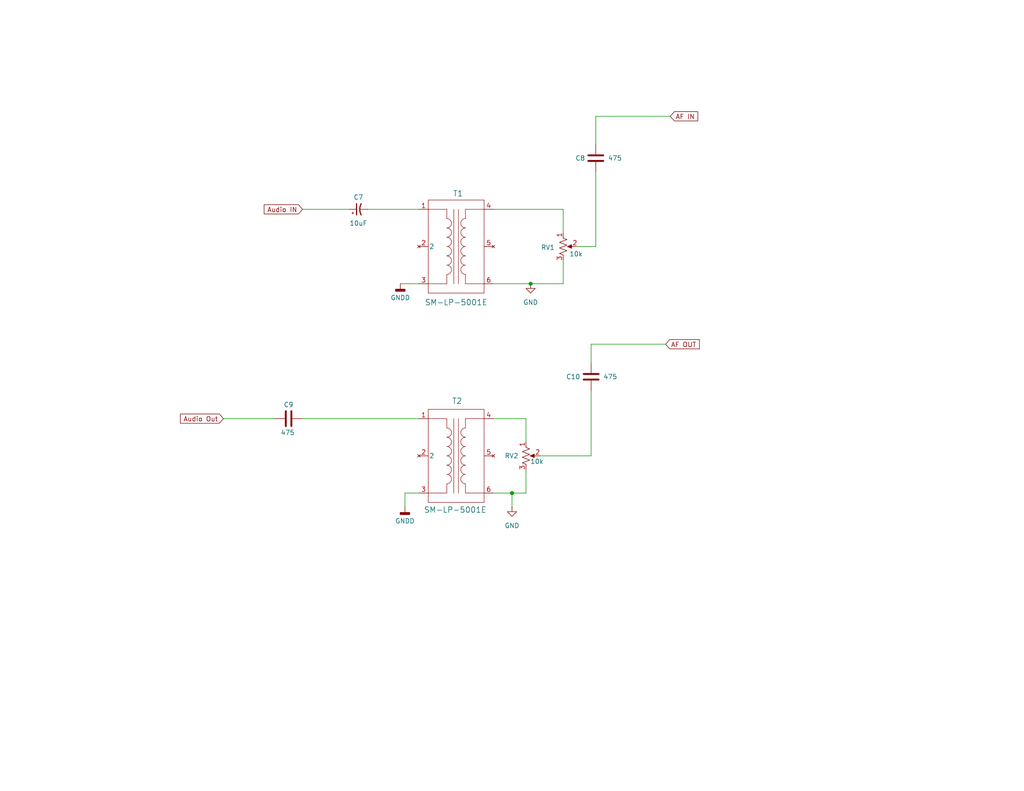
<source format=kicad_sch>
(kicad_sch
	(version 20231120)
	(generator "eeschema")
	(generator_version "8.0")
	(uuid "08b8607b-8043-437e-a952-f45318195887")
	(paper "USLetter")
	(title_block
		(title "Digital Modes - Radio Interface")
		(rev "0.96")
		(company "VA7DBI")
	)
	(lib_symbols
		(symbol "Device:C"
			(pin_numbers hide)
			(pin_names
				(offset 0.254)
			)
			(exclude_from_sim no)
			(in_bom yes)
			(on_board yes)
			(property "Reference" "C"
				(at 0.635 2.54 0)
				(effects
					(font
						(size 1.27 1.27)
					)
					(justify left)
				)
			)
			(property "Value" "C"
				(at 0.635 -2.54 0)
				(effects
					(font
						(size 1.27 1.27)
					)
					(justify left)
				)
			)
			(property "Footprint" ""
				(at 0.9652 -3.81 0)
				(effects
					(font
						(size 1.27 1.27)
					)
					(hide yes)
				)
			)
			(property "Datasheet" "~"
				(at 0 0 0)
				(effects
					(font
						(size 1.27 1.27)
					)
					(hide yes)
				)
			)
			(property "Description" "Unpolarized capacitor"
				(at 0 0 0)
				(effects
					(font
						(size 1.27 1.27)
					)
					(hide yes)
				)
			)
			(property "ki_keywords" "cap capacitor"
				(at 0 0 0)
				(effects
					(font
						(size 1.27 1.27)
					)
					(hide yes)
				)
			)
			(property "ki_fp_filters" "C_*"
				(at 0 0 0)
				(effects
					(font
						(size 1.27 1.27)
					)
					(hide yes)
				)
			)
			(symbol "C_0_1"
				(polyline
					(pts
						(xy -2.032 -0.762) (xy 2.032 -0.762)
					)
					(stroke
						(width 0.508)
						(type default)
					)
					(fill
						(type none)
					)
				)
				(polyline
					(pts
						(xy -2.032 0.762) (xy 2.032 0.762)
					)
					(stroke
						(width 0.508)
						(type default)
					)
					(fill
						(type none)
					)
				)
			)
			(symbol "C_1_1"
				(pin passive line
					(at 0 3.81 270)
					(length 2.794)
					(name "~"
						(effects
							(font
								(size 1.27 1.27)
							)
						)
					)
					(number "1"
						(effects
							(font
								(size 1.27 1.27)
							)
						)
					)
				)
				(pin passive line
					(at 0 -3.81 90)
					(length 2.794)
					(name "~"
						(effects
							(font
								(size 1.27 1.27)
							)
						)
					)
					(number "2"
						(effects
							(font
								(size 1.27 1.27)
							)
						)
					)
				)
			)
		)
		(symbol "Device:C_Polarized_Small_US"
			(pin_numbers hide)
			(pin_names
				(offset 0.254) hide)
			(exclude_from_sim no)
			(in_bom yes)
			(on_board yes)
			(property "Reference" "C"
				(at 0.254 1.778 0)
				(effects
					(font
						(size 1.27 1.27)
					)
					(justify left)
				)
			)
			(property "Value" "C_Polarized_Small_US"
				(at 0.254 -2.032 0)
				(effects
					(font
						(size 1.27 1.27)
					)
					(justify left)
				)
			)
			(property "Footprint" ""
				(at 0 0 0)
				(effects
					(font
						(size 1.27 1.27)
					)
					(hide yes)
				)
			)
			(property "Datasheet" "~"
				(at 0 0 0)
				(effects
					(font
						(size 1.27 1.27)
					)
					(hide yes)
				)
			)
			(property "Description" "Polarized capacitor, small US symbol"
				(at 0 0 0)
				(effects
					(font
						(size 1.27 1.27)
					)
					(hide yes)
				)
			)
			(property "ki_keywords" "cap capacitor"
				(at 0 0 0)
				(effects
					(font
						(size 1.27 1.27)
					)
					(hide yes)
				)
			)
			(property "ki_fp_filters" "CP_*"
				(at 0 0 0)
				(effects
					(font
						(size 1.27 1.27)
					)
					(hide yes)
				)
			)
			(symbol "C_Polarized_Small_US_0_1"
				(polyline
					(pts
						(xy -1.524 0.508) (xy 1.524 0.508)
					)
					(stroke
						(width 0.3048)
						(type default)
					)
					(fill
						(type none)
					)
				)
				(polyline
					(pts
						(xy -1.27 1.524) (xy -0.762 1.524)
					)
					(stroke
						(width 0)
						(type default)
					)
					(fill
						(type none)
					)
				)
				(polyline
					(pts
						(xy -1.016 1.27) (xy -1.016 1.778)
					)
					(stroke
						(width 0)
						(type default)
					)
					(fill
						(type none)
					)
				)
				(arc
					(start 1.524 -0.762)
					(mid 0 -0.3734)
					(end -1.524 -0.762)
					(stroke
						(width 0.3048)
						(type default)
					)
					(fill
						(type none)
					)
				)
			)
			(symbol "C_Polarized_Small_US_1_1"
				(pin passive line
					(at 0 2.54 270)
					(length 2.032)
					(name "~"
						(effects
							(font
								(size 1.27 1.27)
							)
						)
					)
					(number "1"
						(effects
							(font
								(size 1.27 1.27)
							)
						)
					)
				)
				(pin passive line
					(at 0 -2.54 90)
					(length 2.032)
					(name "~"
						(effects
							(font
								(size 1.27 1.27)
							)
						)
					)
					(number "2"
						(effects
							(font
								(size 1.27 1.27)
							)
						)
					)
				)
			)
		)
		(symbol "Device:R_Potentiometer_US"
			(pin_names
				(offset 1.016) hide)
			(exclude_from_sim no)
			(in_bom yes)
			(on_board yes)
			(property "Reference" "RV"
				(at -4.445 0 90)
				(effects
					(font
						(size 1.27 1.27)
					)
				)
			)
			(property "Value" "R_Potentiometer_US"
				(at -2.54 0 90)
				(effects
					(font
						(size 1.27 1.27)
					)
				)
			)
			(property "Footprint" ""
				(at 0 0 0)
				(effects
					(font
						(size 1.27 1.27)
					)
					(hide yes)
				)
			)
			(property "Datasheet" "~"
				(at 0 0 0)
				(effects
					(font
						(size 1.27 1.27)
					)
					(hide yes)
				)
			)
			(property "Description" "Potentiometer, US symbol"
				(at 0 0 0)
				(effects
					(font
						(size 1.27 1.27)
					)
					(hide yes)
				)
			)
			(property "ki_keywords" "resistor variable"
				(at 0 0 0)
				(effects
					(font
						(size 1.27 1.27)
					)
					(hide yes)
				)
			)
			(property "ki_fp_filters" "Potentiometer*"
				(at 0 0 0)
				(effects
					(font
						(size 1.27 1.27)
					)
					(hide yes)
				)
			)
			(symbol "R_Potentiometer_US_0_1"
				(polyline
					(pts
						(xy 0 -2.286) (xy 0 -2.54)
					)
					(stroke
						(width 0)
						(type default)
					)
					(fill
						(type none)
					)
				)
				(polyline
					(pts
						(xy 0 2.54) (xy 0 2.286)
					)
					(stroke
						(width 0)
						(type default)
					)
					(fill
						(type none)
					)
				)
				(polyline
					(pts
						(xy 2.54 0) (xy 1.524 0)
					)
					(stroke
						(width 0)
						(type default)
					)
					(fill
						(type none)
					)
				)
				(polyline
					(pts
						(xy 1.143 0) (xy 2.286 0.508) (xy 2.286 -0.508) (xy 1.143 0)
					)
					(stroke
						(width 0)
						(type default)
					)
					(fill
						(type outline)
					)
				)
				(polyline
					(pts
						(xy 0 -0.762) (xy 1.016 -1.143) (xy 0 -1.524) (xy -1.016 -1.905) (xy 0 -2.286)
					)
					(stroke
						(width 0)
						(type default)
					)
					(fill
						(type none)
					)
				)
				(polyline
					(pts
						(xy 0 0.762) (xy 1.016 0.381) (xy 0 0) (xy -1.016 -0.381) (xy 0 -0.762)
					)
					(stroke
						(width 0)
						(type default)
					)
					(fill
						(type none)
					)
				)
				(polyline
					(pts
						(xy 0 2.286) (xy 1.016 1.905) (xy 0 1.524) (xy -1.016 1.143) (xy 0 0.762)
					)
					(stroke
						(width 0)
						(type default)
					)
					(fill
						(type none)
					)
				)
			)
			(symbol "R_Potentiometer_US_1_1"
				(pin passive line
					(at 0 3.81 270)
					(length 1.27)
					(name "1"
						(effects
							(font
								(size 1.27 1.27)
							)
						)
					)
					(number "1"
						(effects
							(font
								(size 1.27 1.27)
							)
						)
					)
				)
				(pin passive line
					(at 3.81 0 180)
					(length 1.27)
					(name "2"
						(effects
							(font
								(size 1.27 1.27)
							)
						)
					)
					(number "2"
						(effects
							(font
								(size 1.27 1.27)
							)
						)
					)
				)
				(pin passive line
					(at 0 -3.81 90)
					(length 1.27)
					(name "3"
						(effects
							(font
								(size 1.27 1.27)
							)
						)
					)
					(number "3"
						(effects
							(font
								(size 1.27 1.27)
							)
						)
					)
				)
			)
		)
		(symbol "Project_Library:SM-LP-5001E"
			(pin_names
				(offset 0.254)
			)
			(exclude_from_sim no)
			(in_bom yes)
			(on_board yes)
			(property "Reference" "T"
				(at 10.16 12.7 0)
				(effects
					(font
						(size 1.524 1.524)
					)
				)
			)
			(property "Value" "SM-LP-5001E"
				(at 10.414 4.064 0)
				(effects
					(font
						(size 1.524 1.524)
					)
				)
			)
			(property "Footprint" "RES6_SM-LP-5001E_BRN"
				(at 11.684 -23.876 0)
				(effects
					(font
						(size 1.27 1.27)
						(italic yes)
					)
					(hide yes)
				)
			)
			(property "Datasheet" "SM-LP-5001E"
				(at 10.668 -25.654 0)
				(effects
					(font
						(size 1.27 1.27)
						(italic yes)
					)
					(hide yes)
				)
			)
			(property "Description" ""
				(at 0 0 0)
				(effects
					(font
						(size 1.27 1.27)
					)
					(hide yes)
				)
			)
			(property "ki_locked" ""
				(at 0 0 0)
				(effects
					(font
						(size 1.27 1.27)
					)
				)
			)
			(property "ki_keywords" "SM-LP-5001E"
				(at 0 0 0)
				(effects
					(font
						(size 1.27 1.27)
					)
					(hide yes)
				)
			)
			(property "ki_fp_filters" "RES6_SM-LP-5001E_BRN RES6_SM-LP-5001E_BRN-M RES6_SM-LP-5001E_BRN-L"
				(at 0 0 0)
				(effects
					(font
						(size 1.27 1.27)
					)
					(hide yes)
				)
			)
			(symbol "SM-LP-5001E_0_1"
				(polyline
					(pts
						(xy 2.54 -22.86) (xy 17.78 -22.86)
					)
					(stroke
						(width 0.127)
						(type default)
					)
					(fill
						(type none)
					)
				)
				(polyline
					(pts
						(xy 2.54 -20.32) (xy 7.62 -20.32)
					)
					(stroke
						(width 0.127)
						(type default)
					)
					(fill
						(type none)
					)
				)
				(polyline
					(pts
						(xy 2.54 0) (xy 7.62 0)
					)
					(stroke
						(width 0.127)
						(type default)
					)
					(fill
						(type none)
					)
				)
				(polyline
					(pts
						(xy 2.54 2.54) (xy 2.54 -22.86)
					)
					(stroke
						(width 0.127)
						(type default)
					)
					(fill
						(type none)
					)
				)
				(polyline
					(pts
						(xy 7.62 -17.78) (xy 7.62 -20.32)
					)
					(stroke
						(width 0.127)
						(type default)
					)
					(fill
						(type none)
					)
				)
				(polyline
					(pts
						(xy 7.62 -2.54) (xy 7.62 0)
					)
					(stroke
						(width 0.127)
						(type default)
					)
					(fill
						(type none)
					)
				)
				(polyline
					(pts
						(xy 9.525 0) (xy 9.525 -20.32)
					)
					(stroke
						(width 0.127)
						(type default)
					)
					(fill
						(type none)
					)
				)
				(polyline
					(pts
						(xy 10.795 -20.32) (xy 10.795 0)
					)
					(stroke
						(width 0.127)
						(type default)
					)
					(fill
						(type none)
					)
				)
				(polyline
					(pts
						(xy 12.7 -20.32) (xy 17.78 -20.32)
					)
					(stroke
						(width 0.127)
						(type default)
					)
					(fill
						(type none)
					)
				)
				(polyline
					(pts
						(xy 12.7 -17.78) (xy 12.7 -20.32)
					)
					(stroke
						(width 0.127)
						(type default)
					)
					(fill
						(type none)
					)
				)
				(polyline
					(pts
						(xy 12.7 0) (xy 12.7 -2.54)
					)
					(stroke
						(width 0.127)
						(type default)
					)
					(fill
						(type none)
					)
				)
				(polyline
					(pts
						(xy 12.7 0) (xy 17.78 0)
					)
					(stroke
						(width 0.127)
						(type default)
					)
					(fill
						(type none)
					)
				)
				(polyline
					(pts
						(xy 17.78 -22.86) (xy 17.78 2.54)
					)
					(stroke
						(width 0.127)
						(type default)
					)
					(fill
						(type none)
					)
				)
				(polyline
					(pts
						(xy 17.78 2.54) (xy 2.54 2.54)
					)
					(stroke
						(width 0.127)
						(type default)
					)
					(fill
						(type none)
					)
				)
				(arc
					(start 7.62 -17.78)
					(mid 8.8844 -16.51)
					(end 7.62 -15.24)
					(stroke
						(width 0.127)
						(type default)
					)
					(fill
						(type none)
					)
				)
				(arc
					(start 7.62 -15.24)
					(mid 8.8844 -13.97)
					(end 7.62 -12.7)
					(stroke
						(width 0.127)
						(type default)
					)
					(fill
						(type none)
					)
				)
				(arc
					(start 7.62 -12.7)
					(mid 8.8844 -11.43)
					(end 7.62 -10.16)
					(stroke
						(width 0.127)
						(type default)
					)
					(fill
						(type none)
					)
				)
				(arc
					(start 7.62 -10.16)
					(mid 8.8844 -8.89)
					(end 7.62 -7.62)
					(stroke
						(width 0.127)
						(type default)
					)
					(fill
						(type none)
					)
				)
				(arc
					(start 7.62 -7.62)
					(mid 8.8844 -6.35)
					(end 7.62 -5.08)
					(stroke
						(width 0.127)
						(type default)
					)
					(fill
						(type none)
					)
				)
				(arc
					(start 7.62 -5.08)
					(mid 8.8844 -3.81)
					(end 7.62 -2.54)
					(stroke
						(width 0.127)
						(type default)
					)
					(fill
						(type none)
					)
				)
				(arc
					(start 12.7 -15.24)
					(mid 11.4355 -16.51)
					(end 12.7 -17.78)
					(stroke
						(width 0.127)
						(type default)
					)
					(fill
						(type none)
					)
				)
				(arc
					(start 12.7 -12.7)
					(mid 11.4355 -13.97)
					(end 12.7 -15.24)
					(stroke
						(width 0.127)
						(type default)
					)
					(fill
						(type none)
					)
				)
				(arc
					(start 12.7 -10.16)
					(mid 11.4355 -11.43)
					(end 12.7 -12.7)
					(stroke
						(width 0.127)
						(type default)
					)
					(fill
						(type none)
					)
				)
				(arc
					(start 12.7 -7.62)
					(mid 11.4355 -8.89)
					(end 12.7 -10.16)
					(stroke
						(width 0.127)
						(type default)
					)
					(fill
						(type none)
					)
				)
				(arc
					(start 12.7 -5.08)
					(mid 11.4355 -6.35)
					(end 12.7 -7.62)
					(stroke
						(width 0.127)
						(type default)
					)
					(fill
						(type none)
					)
				)
				(arc
					(start 12.7 -2.54)
					(mid 11.4355 -3.81)
					(end 12.7 -5.08)
					(stroke
						(width 0.127)
						(type default)
					)
					(fill
						(type none)
					)
				)
			)
			(symbol "SM-LP-5001E_1_1"
				(pin bidirectional line
					(at 0 0 0)
					(length 2.54)
					(name ""
						(effects
							(font
								(size 1.27 1.27)
							)
						)
					)
					(number "1"
						(effects
							(font
								(size 1.27 1.27)
							)
						)
					)
				)
				(pin no_connect line
					(at 0 -10.16 0)
					(length 2.54)
					(name "2"
						(effects
							(font
								(size 1.27 1.27)
							)
						)
					)
					(number "2"
						(effects
							(font
								(size 1.27 1.27)
							)
						)
					)
				)
				(pin bidirectional line
					(at 0 -20.32 0)
					(length 2.54)
					(name ""
						(effects
							(font
								(size 1.27 1.27)
							)
						)
					)
					(number "3"
						(effects
							(font
								(size 1.27 1.27)
							)
						)
					)
				)
				(pin bidirectional line
					(at 20.32 0 180)
					(length 2.54)
					(name ""
						(effects
							(font
								(size 1.27 1.27)
							)
						)
					)
					(number "4"
						(effects
							(font
								(size 1.27 1.27)
							)
						)
					)
				)
				(pin no_connect line
					(at 20.32 -10.16 180)
					(length 2.54)
					(name ""
						(effects
							(font
								(size 1.27 1.27)
							)
						)
					)
					(number "5"
						(effects
							(font
								(size 1.27 1.27)
							)
						)
					)
				)
				(pin bidirectional line
					(at 20.32 -20.32 180)
					(length 2.54)
					(name ""
						(effects
							(font
								(size 1.27 1.27)
							)
						)
					)
					(number "6"
						(effects
							(font
								(size 1.27 1.27)
							)
						)
					)
				)
			)
		)
		(symbol "power:GND"
			(power)
			(pin_numbers hide)
			(pin_names
				(offset 0) hide)
			(exclude_from_sim no)
			(in_bom yes)
			(on_board yes)
			(property "Reference" "#PWR"
				(at 0 -6.35 0)
				(effects
					(font
						(size 1.27 1.27)
					)
					(hide yes)
				)
			)
			(property "Value" "GND"
				(at 0 -3.81 0)
				(effects
					(font
						(size 1.27 1.27)
					)
				)
			)
			(property "Footprint" ""
				(at 0 0 0)
				(effects
					(font
						(size 1.27 1.27)
					)
					(hide yes)
				)
			)
			(property "Datasheet" ""
				(at 0 0 0)
				(effects
					(font
						(size 1.27 1.27)
					)
					(hide yes)
				)
			)
			(property "Description" "Power symbol creates a global label with name \"GND\" , ground"
				(at 0 0 0)
				(effects
					(font
						(size 1.27 1.27)
					)
					(hide yes)
				)
			)
			(property "ki_keywords" "global power"
				(at 0 0 0)
				(effects
					(font
						(size 1.27 1.27)
					)
					(hide yes)
				)
			)
			(symbol "GND_0_1"
				(polyline
					(pts
						(xy 0 0) (xy 0 -1.27) (xy 1.27 -1.27) (xy 0 -2.54) (xy -1.27 -1.27) (xy 0 -1.27)
					)
					(stroke
						(width 0)
						(type default)
					)
					(fill
						(type none)
					)
				)
			)
			(symbol "GND_1_1"
				(pin power_in line
					(at 0 0 270)
					(length 0)
					(name "~"
						(effects
							(font
								(size 1.27 1.27)
							)
						)
					)
					(number "1"
						(effects
							(font
								(size 1.27 1.27)
							)
						)
					)
				)
			)
		)
		(symbol "power:GNDD"
			(power)
			(pin_numbers hide)
			(pin_names
				(offset 0) hide)
			(exclude_from_sim no)
			(in_bom yes)
			(on_board yes)
			(property "Reference" "#PWR"
				(at 0 -6.35 0)
				(effects
					(font
						(size 1.27 1.27)
					)
					(hide yes)
				)
			)
			(property "Value" "GNDD"
				(at 0 -3.175 0)
				(effects
					(font
						(size 1.27 1.27)
					)
				)
			)
			(property "Footprint" ""
				(at 0 0 0)
				(effects
					(font
						(size 1.27 1.27)
					)
					(hide yes)
				)
			)
			(property "Datasheet" ""
				(at 0 0 0)
				(effects
					(font
						(size 1.27 1.27)
					)
					(hide yes)
				)
			)
			(property "Description" "Power symbol creates a global label with name \"GNDD\" , digital ground"
				(at 0 0 0)
				(effects
					(font
						(size 1.27 1.27)
					)
					(hide yes)
				)
			)
			(property "ki_keywords" "global power"
				(at 0 0 0)
				(effects
					(font
						(size 1.27 1.27)
					)
					(hide yes)
				)
			)
			(symbol "GNDD_0_1"
				(rectangle
					(start -1.27 -1.524)
					(end 1.27 -2.032)
					(stroke
						(width 0.254)
						(type default)
					)
					(fill
						(type outline)
					)
				)
				(polyline
					(pts
						(xy 0 0) (xy 0 -1.524)
					)
					(stroke
						(width 0)
						(type default)
					)
					(fill
						(type none)
					)
				)
			)
			(symbol "GNDD_1_1"
				(pin power_in line
					(at 0 0 270)
					(length 0)
					(name "~"
						(effects
							(font
								(size 1.27 1.27)
							)
						)
					)
					(number "1"
						(effects
							(font
								(size 1.27 1.27)
							)
						)
					)
				)
			)
		)
	)
	(junction
		(at 139.7 134.62)
		(diameter 0)
		(color 0 0 0 0)
		(uuid "09bda266-047b-4a31-b313-9d850db3f1d0")
	)
	(junction
		(at 144.78 77.47)
		(diameter 0)
		(color 0 0 0 0)
		(uuid "feb1af91-52e7-4c48-be8e-8f3bea052e33")
	)
	(wire
		(pts
			(xy 161.29 93.98) (xy 181.61 93.98)
		)
		(stroke
			(width 0)
			(type default)
		)
		(uuid "12122037-0230-4651-90d7-926b06e9a5fa")
	)
	(wire
		(pts
			(xy 143.51 128.27) (xy 143.51 134.62)
		)
		(stroke
			(width 0)
			(type default)
		)
		(uuid "2293cb44-b878-4000-98f7-667d08579345")
	)
	(wire
		(pts
			(xy 161.29 99.06) (xy 161.29 93.98)
		)
		(stroke
			(width 0)
			(type default)
		)
		(uuid "26aa035f-d8b6-4903-b0e5-4856dcca4347")
	)
	(wire
		(pts
			(xy 161.29 124.46) (xy 161.29 106.68)
		)
		(stroke
			(width 0)
			(type default)
		)
		(uuid "26eff39d-3444-4878-a905-c4ba0caab249")
	)
	(wire
		(pts
			(xy 157.48 67.31) (xy 162.56 67.31)
		)
		(stroke
			(width 0)
			(type default)
		)
		(uuid "30ef5e38-ac05-4e03-8283-7d8d8adb6b04")
	)
	(wire
		(pts
			(xy 60.96 114.3) (xy 74.93 114.3)
		)
		(stroke
			(width 0)
			(type default)
		)
		(uuid "34f8559d-097a-4a14-9140-217fca1f39c7")
	)
	(wire
		(pts
			(xy 139.7 134.62) (xy 139.7 138.43)
		)
		(stroke
			(width 0)
			(type default)
		)
		(uuid "3eacd22c-e21a-42ea-a12f-f7c4ee60e3c3")
	)
	(wire
		(pts
			(xy 134.62 134.62) (xy 139.7 134.62)
		)
		(stroke
			(width 0)
			(type default)
		)
		(uuid "43165e24-eab4-40a7-831d-63a63b11f90d")
	)
	(wire
		(pts
			(xy 162.56 67.31) (xy 162.56 46.99)
		)
		(stroke
			(width 0)
			(type default)
		)
		(uuid "646a2559-878c-44f5-8a65-2913031f01f4")
	)
	(wire
		(pts
			(xy 162.56 31.75) (xy 182.88 31.75)
		)
		(stroke
			(width 0)
			(type default)
		)
		(uuid "6614b02c-e824-4511-a1fd-982d1c0b1a40")
	)
	(wire
		(pts
			(xy 134.62 77.47) (xy 144.78 77.47)
		)
		(stroke
			(width 0)
			(type default)
		)
		(uuid "69523bf6-4be1-4051-8d1a-d5dec62d045a")
	)
	(wire
		(pts
			(xy 110.49 138.43) (xy 110.49 134.62)
		)
		(stroke
			(width 0)
			(type default)
		)
		(uuid "7831a589-616d-4639-979c-6be79625fd04")
	)
	(wire
		(pts
			(xy 153.67 77.47) (xy 153.67 71.12)
		)
		(stroke
			(width 0)
			(type default)
		)
		(uuid "89de9ba8-6eb0-4aa1-9289-f1e4b2194577")
	)
	(wire
		(pts
			(xy 153.67 57.15) (xy 134.62 57.15)
		)
		(stroke
			(width 0)
			(type default)
		)
		(uuid "8b08e757-f343-457d-a9eb-edb140616678")
	)
	(wire
		(pts
			(xy 143.51 134.62) (xy 139.7 134.62)
		)
		(stroke
			(width 0)
			(type default)
		)
		(uuid "8bc02c06-a438-4e9e-b1e9-46c70c209c01")
	)
	(wire
		(pts
			(xy 147.32 124.46) (xy 161.29 124.46)
		)
		(stroke
			(width 0)
			(type default)
		)
		(uuid "9335eda6-5f3a-4e88-82a2-c205fb645862")
	)
	(wire
		(pts
			(xy 144.78 77.47) (xy 153.67 77.47)
		)
		(stroke
			(width 0)
			(type default)
		)
		(uuid "9867caa9-27b4-4635-b87d-0253e0edbed7")
	)
	(wire
		(pts
			(xy 114.3 57.15) (xy 100.33 57.15)
		)
		(stroke
			(width 0)
			(type default)
		)
		(uuid "a4723497-f8c6-4207-ac8a-faca8952e0a3")
	)
	(wire
		(pts
			(xy 109.22 77.47) (xy 114.3 77.47)
		)
		(stroke
			(width 0)
			(type default)
		)
		(uuid "af5323e4-4b8d-4912-8c60-552237e3153b")
	)
	(wire
		(pts
			(xy 82.55 114.3) (xy 114.3 114.3)
		)
		(stroke
			(width 0)
			(type default)
		)
		(uuid "b37b2403-67dc-41ff-994c-f88acd8c8913")
	)
	(wire
		(pts
			(xy 82.55 57.15) (xy 95.25 57.15)
		)
		(stroke
			(width 0)
			(type default)
		)
		(uuid "e32257a5-a62b-4d84-a954-98823a5b8ed5")
	)
	(wire
		(pts
			(xy 162.56 39.37) (xy 162.56 31.75)
		)
		(stroke
			(width 0)
			(type default)
		)
		(uuid "e66eebb4-528b-416c-ae44-5b7e0e06bdac")
	)
	(wire
		(pts
			(xy 110.49 134.62) (xy 114.3 134.62)
		)
		(stroke
			(width 0)
			(type default)
		)
		(uuid "eeed0088-f601-459d-8678-939ace9afdf0")
	)
	(wire
		(pts
			(xy 153.67 63.5) (xy 153.67 57.15)
		)
		(stroke
			(width 0)
			(type default)
		)
		(uuid "f0aea207-bfa9-417e-a2f6-30f2cdb35beb")
	)
	(wire
		(pts
			(xy 143.51 120.65) (xy 143.51 114.3)
		)
		(stroke
			(width 0)
			(type default)
		)
		(uuid "f79ae657-be84-4a39-a430-e184e3183c6c")
	)
	(wire
		(pts
			(xy 134.62 114.3) (xy 143.51 114.3)
		)
		(stroke
			(width 0)
			(type default)
		)
		(uuid "fcaf85e2-9294-493f-aa6d-d6197e7fcdb4")
	)
	(global_label "Audio Out"
		(shape input)
		(at 60.96 114.3 180)
		(fields_autoplaced yes)
		(effects
			(font
				(size 1.27 1.27)
			)
			(justify right)
		)
		(uuid "8d653f96-1de6-4376-ab28-488a38d7321b")
		(property "Intersheetrefs" "${INTERSHEET_REFS}"
			(at 48.6616 114.3 0)
			(effects
				(font
					(size 1.27 1.27)
				)
				(justify right)
				(hide yes)
			)
		)
	)
	(global_label "AF OUT"
		(shape input)
		(at 181.61 93.98 0)
		(fields_autoplaced yes)
		(effects
			(font
				(size 1.27 1.27)
			)
			(justify left)
		)
		(uuid "9a780621-edb9-4bea-8c32-6faabafb22a1")
		(property "Intersheetrefs" "${INTERSHEET_REFS}"
			(at 191.3686 93.98 0)
			(effects
				(font
					(size 1.27 1.27)
				)
				(justify left)
				(hide yes)
			)
		)
	)
	(global_label "Audio IN"
		(shape input)
		(at 82.55 57.15 180)
		(fields_autoplaced yes)
		(effects
			(font
				(size 1.27 1.27)
			)
			(justify right)
		)
		(uuid "af0dfe2e-f12c-454a-8a5f-35fbe072dab2")
		(property "Intersheetrefs" "${INTERSHEET_REFS}"
			(at 71.5215 57.15 0)
			(effects
				(font
					(size 1.27 1.27)
				)
				(justify right)
				(hide yes)
			)
		)
	)
	(global_label "AF IN"
		(shape input)
		(at 182.88 31.75 0)
		(fields_autoplaced yes)
		(effects
			(font
				(size 1.27 1.27)
			)
			(justify left)
		)
		(uuid "df957467-485b-439b-bea7-469272a1f4de")
		(property "Intersheetrefs" "${INTERSHEET_REFS}"
			(at 190.9453 31.75 0)
			(effects
				(font
					(size 1.27 1.27)
				)
				(justify left)
				(hide yes)
			)
		)
	)
	(symbol
		(lib_id "power:GND")
		(at 144.78 77.47 0)
		(unit 1)
		(exclude_from_sim no)
		(in_bom yes)
		(on_board yes)
		(dnp no)
		(fields_autoplaced yes)
		(uuid "04d5d270-93c9-4e59-a6ec-d5a2e492ec92")
		(property "Reference" "#PWR025"
			(at 144.78 83.82 0)
			(effects
				(font
					(size 1.27 1.27)
				)
				(hide yes)
			)
		)
		(property "Value" "GND"
			(at 144.78 82.55 0)
			(effects
				(font
					(size 1.27 1.27)
				)
			)
		)
		(property "Footprint" ""
			(at 144.78 77.47 0)
			(effects
				(font
					(size 1.27 1.27)
				)
				(hide yes)
			)
		)
		(property "Datasheet" ""
			(at 144.78 77.47 0)
			(effects
				(font
					(size 1.27 1.27)
				)
				(hide yes)
			)
		)
		(property "Description" "Power symbol creates a global label with name \"GND\" , ground"
			(at 144.78 77.47 0)
			(effects
				(font
					(size 1.27 1.27)
				)
				(hide yes)
			)
		)
		(pin "1"
			(uuid "781f3079-ec41-4bde-a6d9-9555ba933982")
		)
		(instances
			(project "digital-mode-radio-interface"
				(path "/a0d4bcf6-6cac-4e92-853e-9083f008b231/a62d7506-fe91-4265-bb9c-b5dde38a678b"
					(reference "#PWR025")
					(unit 1)
				)
			)
		)
	)
	(symbol
		(lib_id "power:GNDD")
		(at 110.49 138.43 0)
		(unit 1)
		(exclude_from_sim no)
		(in_bom yes)
		(on_board yes)
		(dnp no)
		(fields_autoplaced yes)
		(uuid "0b7104ec-a8a8-45fb-afd8-a01912f2b98b")
		(property "Reference" "#PWR027"
			(at 110.49 144.78 0)
			(effects
				(font
					(size 1.27 1.27)
				)
				(hide yes)
			)
		)
		(property "Value" "GNDD"
			(at 110.49 142.24 0)
			(effects
				(font
					(size 1.27 1.27)
				)
			)
		)
		(property "Footprint" ""
			(at 110.49 138.43 0)
			(effects
				(font
					(size 1.27 1.27)
				)
				(hide yes)
			)
		)
		(property "Datasheet" ""
			(at 110.49 138.43 0)
			(effects
				(font
					(size 1.27 1.27)
				)
				(hide yes)
			)
		)
		(property "Description" "Power symbol creates a global label with name \"GNDD\" , digital ground"
			(at 110.49 138.43 0)
			(effects
				(font
					(size 1.27 1.27)
				)
				(hide yes)
			)
		)
		(pin "1"
			(uuid "95814f2c-6cea-4abb-bb0e-a34567e25479")
		)
		(instances
			(project "digital-mode-radio-interface"
				(path "/a0d4bcf6-6cac-4e92-853e-9083f008b231/a62d7506-fe91-4265-bb9c-b5dde38a678b"
					(reference "#PWR027")
					(unit 1)
				)
			)
		)
	)
	(symbol
		(lib_id "Device:C")
		(at 161.29 102.87 0)
		(unit 1)
		(exclude_from_sim no)
		(in_bom yes)
		(on_board yes)
		(dnp no)
		(uuid "0c220128-3ada-418a-bf92-2c968ea50d3b")
		(property "Reference" "C10"
			(at 154.432 102.87 0)
			(effects
				(font
					(size 1.27 1.27)
				)
				(justify left)
			)
		)
		(property "Value" "475"
			(at 164.592 102.87 0)
			(effects
				(font
					(size 1.27 1.27)
				)
				(justify left)
			)
		)
		(property "Footprint" "Capacitor_SMD:C_0201_0603Metric"
			(at 162.2552 106.68 0)
			(effects
				(font
					(size 1.27 1.27)
				)
				(hide yes)
			)
		)
		(property "Datasheet" "~"
			(at 161.29 102.87 0)
			(effects
				(font
					(size 1.27 1.27)
				)
				(hide yes)
			)
		)
		(property "Description" "Unpolarized capacitor"
			(at 161.29 102.87 0)
			(effects
				(font
					(size 1.27 1.27)
				)
				(hide yes)
			)
		)
		(pin "1"
			(uuid "9d0bba79-efd6-45ea-96b1-37e980d43345")
		)
		(pin "2"
			(uuid "1d485df9-3169-4840-a86a-ca09b2097b54")
		)
		(instances
			(project "digital-mode-radio-interface"
				(path "/a0d4bcf6-6cac-4e92-853e-9083f008b231/a62d7506-fe91-4265-bb9c-b5dde38a678b"
					(reference "C10")
					(unit 1)
				)
			)
		)
	)
	(symbol
		(lib_id "power:GND")
		(at 139.7 138.43 0)
		(unit 1)
		(exclude_from_sim no)
		(in_bom yes)
		(on_board yes)
		(dnp no)
		(fields_autoplaced yes)
		(uuid "3e2e9bf7-32f1-4bf6-94c8-20b61cfb9369")
		(property "Reference" "#PWR026"
			(at 139.7 144.78 0)
			(effects
				(font
					(size 1.27 1.27)
				)
				(hide yes)
			)
		)
		(property "Value" "GND"
			(at 139.7 143.51 0)
			(effects
				(font
					(size 1.27 1.27)
				)
			)
		)
		(property "Footprint" ""
			(at 139.7 138.43 0)
			(effects
				(font
					(size 1.27 1.27)
				)
				(hide yes)
			)
		)
		(property "Datasheet" ""
			(at 139.7 138.43 0)
			(effects
				(font
					(size 1.27 1.27)
				)
				(hide yes)
			)
		)
		(property "Description" "Power symbol creates a global label with name \"GND\" , ground"
			(at 139.7 138.43 0)
			(effects
				(font
					(size 1.27 1.27)
				)
				(hide yes)
			)
		)
		(pin "1"
			(uuid "781f3079-ec41-4bde-a6d9-9555ba933983")
		)
		(instances
			(project "digital-mode-radio-interface"
				(path "/a0d4bcf6-6cac-4e92-853e-9083f008b231/a62d7506-fe91-4265-bb9c-b5dde38a678b"
					(reference "#PWR026")
					(unit 1)
				)
			)
		)
	)
	(symbol
		(lib_id "power:GNDD")
		(at 109.22 77.47 0)
		(unit 1)
		(exclude_from_sim no)
		(in_bom yes)
		(on_board yes)
		(dnp no)
		(fields_autoplaced yes)
		(uuid "51a4ccbd-5a81-4faf-8f23-7fc8f3b989fb")
		(property "Reference" "#PWR028"
			(at 109.22 83.82 0)
			(effects
				(font
					(size 1.27 1.27)
				)
				(hide yes)
			)
		)
		(property "Value" "GNDD"
			(at 109.22 81.28 0)
			(effects
				(font
					(size 1.27 1.27)
				)
			)
		)
		(property "Footprint" ""
			(at 109.22 77.47 0)
			(effects
				(font
					(size 1.27 1.27)
				)
				(hide yes)
			)
		)
		(property "Datasheet" ""
			(at 109.22 77.47 0)
			(effects
				(font
					(size 1.27 1.27)
				)
				(hide yes)
			)
		)
		(property "Description" "Power symbol creates a global label with name \"GNDD\" , digital ground"
			(at 109.22 77.47 0)
			(effects
				(font
					(size 1.27 1.27)
				)
				(hide yes)
			)
		)
		(pin "1"
			(uuid "95814f2c-6cea-4abb-bb0e-a34567e2547a")
		)
		(instances
			(project "digital-mode-radio-interface"
				(path "/a0d4bcf6-6cac-4e92-853e-9083f008b231/a62d7506-fe91-4265-bb9c-b5dde38a678b"
					(reference "#PWR028")
					(unit 1)
				)
			)
		)
	)
	(symbol
		(lib_id "Device:C")
		(at 162.56 43.18 0)
		(unit 1)
		(exclude_from_sim no)
		(in_bom yes)
		(on_board yes)
		(dnp no)
		(uuid "5be78572-6c6f-4ba1-8086-0125047cd5af")
		(property "Reference" "C8"
			(at 156.972 43.18 0)
			(effects
				(font
					(size 1.27 1.27)
				)
				(justify left)
			)
		)
		(property "Value" "475"
			(at 165.862 43.18 0)
			(effects
				(font
					(size 1.27 1.27)
				)
				(justify left)
			)
		)
		(property "Footprint" "Capacitor_SMD:C_0201_0603Metric"
			(at 163.5252 46.99 0)
			(effects
				(font
					(size 1.27 1.27)
				)
				(hide yes)
			)
		)
		(property "Datasheet" "~"
			(at 162.56 43.18 0)
			(effects
				(font
					(size 1.27 1.27)
				)
				(hide yes)
			)
		)
		(property "Description" "Unpolarized capacitor"
			(at 162.56 43.18 0)
			(effects
				(font
					(size 1.27 1.27)
				)
				(hide yes)
			)
		)
		(pin "1"
			(uuid "9d0bba79-efd6-45ea-96b1-37e980d43346")
		)
		(pin "2"
			(uuid "1d485df9-3169-4840-a86a-ca09b2097b55")
		)
		(instances
			(project "digital-mode-radio-interface"
				(path "/a0d4bcf6-6cac-4e92-853e-9083f008b231/a62d7506-fe91-4265-bb9c-b5dde38a678b"
					(reference "C8")
					(unit 1)
				)
			)
		)
	)
	(symbol
		(lib_id "Project_Library:SM-LP-5001E")
		(at 114.3 114.3 0)
		(unit 1)
		(exclude_from_sim no)
		(in_bom yes)
		(on_board yes)
		(dnp no)
		(uuid "7a900d27-937f-4f45-9566-96a2a8b81139")
		(property "Reference" "T2"
			(at 124.714 109.474 0)
			(effects
				(font
					(size 1.524 1.524)
				)
			)
		)
		(property "Value" "SM-LP-5001E"
			(at 124.206 139.192 0)
			(effects
				(font
					(size 1.524 1.524)
				)
			)
		)
		(property "Footprint" "Project_Library:RES6_SM-LP-5001E_BRN-L"
			(at 125.984 138.176 0)
			(effects
				(font
					(size 1.27 1.27)
					(italic yes)
				)
				(hide yes)
			)
		)
		(property "Datasheet" "SM-LP-5001E"
			(at 124.968 139.954 0)
			(effects
				(font
					(size 1.27 1.27)
					(italic yes)
				)
				(hide yes)
			)
		)
		(property "Description" "Transformer, single primary, single secondary"
			(at 114.3 114.3 0)
			(effects
				(font
					(size 1.27 1.27)
				)
				(hide yes)
			)
		)
		(pin "3"
			(uuid "dda123b3-86c1-40b8-a15e-33bb1febe832")
		)
		(pin "2"
			(uuid "1db4fb22-9d6e-487a-9259-2b4063704466")
		)
		(pin "4"
			(uuid "c714a5c7-6e50-42b8-af2d-0bcac433616e")
		)
		(pin "1"
			(uuid "fd4abf70-abc6-4ecd-95ec-3eff5a0d6a7c")
		)
		(pin "5"
			(uuid "b9f585c4-586c-43f3-b370-be8943a488ab")
		)
		(pin "6"
			(uuid "9418243f-31f7-4330-961a-9846e8d1d47b")
		)
		(instances
			(project "digital-mode-radio-interface"
				(path "/a0d4bcf6-6cac-4e92-853e-9083f008b231/a62d7506-fe91-4265-bb9c-b5dde38a678b"
					(reference "T2")
					(unit 1)
				)
			)
		)
	)
	(symbol
		(lib_id "Device:C")
		(at 78.74 114.3 90)
		(unit 1)
		(exclude_from_sim no)
		(in_bom yes)
		(on_board yes)
		(dnp no)
		(uuid "baf78d95-2a59-4bf7-9ad2-22b39265b5d2")
		(property "Reference" "C9"
			(at 78.74 110.49 90)
			(effects
				(font
					(size 1.27 1.27)
				)
			)
		)
		(property "Value" "475"
			(at 78.486 118.11 90)
			(effects
				(font
					(size 1.27 1.27)
				)
			)
		)
		(property "Footprint" "Capacitor_SMD:C_0201_0603Metric"
			(at 82.55 113.3348 0)
			(effects
				(font
					(size 1.27 1.27)
				)
				(hide yes)
			)
		)
		(property "Datasheet" "~"
			(at 78.74 114.3 0)
			(effects
				(font
					(size 1.27 1.27)
				)
				(hide yes)
			)
		)
		(property "Description" "Unpolarized capacitor"
			(at 78.74 114.3 0)
			(effects
				(font
					(size 1.27 1.27)
				)
				(hide yes)
			)
		)
		(pin "1"
			(uuid "9d0bba79-efd6-45ea-96b1-37e980d43347")
		)
		(pin "2"
			(uuid "1d485df9-3169-4840-a86a-ca09b2097b56")
		)
		(instances
			(project "digital-mode-radio-interface"
				(path "/a0d4bcf6-6cac-4e92-853e-9083f008b231/a62d7506-fe91-4265-bb9c-b5dde38a678b"
					(reference "C9")
					(unit 1)
				)
			)
		)
	)
	(symbol
		(lib_id "Project_Library:SM-LP-5001E")
		(at 114.3 57.15 0)
		(unit 1)
		(exclude_from_sim no)
		(in_bom yes)
		(on_board yes)
		(dnp no)
		(uuid "bfd262b2-f20c-4080-ac02-a5ff78eed126")
		(property "Reference" "T1"
			(at 124.968 52.832 0)
			(effects
				(font
					(size 1.524 1.524)
				)
			)
		)
		(property "Value" "SM-LP-5001E"
			(at 124.46 82.55 0)
			(effects
				(font
					(size 1.524 1.524)
				)
			)
		)
		(property "Footprint" "Project_Library:RES6_SM-LP-5001E_BRN-L"
			(at 125.984 81.026 0)
			(effects
				(font
					(size 1.27 1.27)
					(italic yes)
				)
				(hide yes)
			)
		)
		(property "Datasheet" "SM-LP-5001E"
			(at 124.968 82.804 0)
			(effects
				(font
					(size 1.27 1.27)
					(italic yes)
				)
				(hide yes)
			)
		)
		(property "Description" "Transformer, single primary, single secondary"
			(at 114.3 57.15 0)
			(effects
				(font
					(size 1.27 1.27)
				)
				(hide yes)
			)
		)
		(pin "3"
			(uuid "dda123b3-86c1-40b8-a15e-33bb1febe833")
		)
		(pin "2"
			(uuid "1db4fb22-9d6e-487a-9259-2b4063704467")
		)
		(pin "4"
			(uuid "c714a5c7-6e50-42b8-af2d-0bcac433616f")
		)
		(pin "1"
			(uuid "fd4abf70-abc6-4ecd-95ec-3eff5a0d6a7d")
		)
		(pin "5"
			(uuid "a0a7adea-14f7-4ce7-a588-6d88afedb9ee")
		)
		(pin "6"
			(uuid "ac04ca51-d527-4679-b13c-121cee275885")
		)
		(instances
			(project "digital-mode-radio-interface"
				(path "/a0d4bcf6-6cac-4e92-853e-9083f008b231/a62d7506-fe91-4265-bb9c-b5dde38a678b"
					(reference "T1")
					(unit 1)
				)
			)
		)
	)
	(symbol
		(lib_id "Device:R_Potentiometer_US")
		(at 153.67 67.31 0)
		(unit 1)
		(exclude_from_sim no)
		(in_bom yes)
		(on_board yes)
		(dnp no)
		(uuid "df9ac94d-885c-4644-b166-daa10a0f71af")
		(property "Reference" "RV1"
			(at 151.384 67.564 0)
			(effects
				(font
					(size 1.27 1.27)
				)
				(justify right)
			)
		)
		(property "Value" "10k"
			(at 159.004 69.342 0)
			(effects
				(font
					(size 1.27 1.27)
				)
				(justify right)
			)
		)
		(property "Footprint" "Potentiometer_SMD:Potentiometer_ACP_CA6-VSMD_Vertical"
			(at 153.67 67.31 0)
			(effects
				(font
					(size 1.27 1.27)
				)
				(hide yes)
			)
		)
		(property "Datasheet" "~"
			(at 153.67 67.31 0)
			(effects
				(font
					(size 1.27 1.27)
				)
				(hide yes)
			)
		)
		(property "Description" "Potentiometer, US symbol"
			(at 153.67 67.31 0)
			(effects
				(font
					(size 1.27 1.27)
				)
				(hide yes)
			)
		)
		(pin "3"
			(uuid "a3feba04-1407-41b0-ab40-b7b106123f75")
		)
		(pin "1"
			(uuid "6e61f23c-5c55-4172-9eeb-87b1f5959799")
		)
		(pin "2"
			(uuid "dad2807b-50f0-45de-b3b4-739948d1223c")
		)
		(instances
			(project "digital-mode-radio-interface"
				(path "/a0d4bcf6-6cac-4e92-853e-9083f008b231/a62d7506-fe91-4265-bb9c-b5dde38a678b"
					(reference "RV1")
					(unit 1)
				)
			)
		)
	)
	(symbol
		(lib_id "Device:R_Potentiometer_US")
		(at 143.51 124.46 0)
		(unit 1)
		(exclude_from_sim no)
		(in_bom yes)
		(on_board yes)
		(dnp no)
		(uuid "ef6ef41e-a9af-4aea-b1e2-f49e73d53bd6")
		(property "Reference" "RV2"
			(at 141.478 124.46 0)
			(effects
				(font
					(size 1.27 1.27)
				)
				(justify right)
			)
		)
		(property "Value" "10k"
			(at 148.336 125.984 0)
			(effects
				(font
					(size 1.27 1.27)
				)
				(justify right)
			)
		)
		(property "Footprint" "Potentiometer_SMD:Potentiometer_ACP_CA6-VSMD_Vertical"
			(at 143.51 124.46 0)
			(effects
				(font
					(size 1.27 1.27)
				)
				(hide yes)
			)
		)
		(property "Datasheet" "~"
			(at 143.51 124.46 0)
			(effects
				(font
					(size 1.27 1.27)
				)
				(hide yes)
			)
		)
		(property "Description" "Potentiometer, US symbol"
			(at 143.51 124.46 0)
			(effects
				(font
					(size 1.27 1.27)
				)
				(hide yes)
			)
		)
		(pin "3"
			(uuid "a3feba04-1407-41b0-ab40-b7b106123f76")
		)
		(pin "1"
			(uuid "6e61f23c-5c55-4172-9eeb-87b1f595979a")
		)
		(pin "2"
			(uuid "dad2807b-50f0-45de-b3b4-739948d1223d")
		)
		(instances
			(project "digital-mode-radio-interface"
				(path "/a0d4bcf6-6cac-4e92-853e-9083f008b231/a62d7506-fe91-4265-bb9c-b5dde38a678b"
					(reference "RV2")
					(unit 1)
				)
			)
		)
	)
	(symbol
		(lib_id "Device:C_Polarized_Small_US")
		(at 97.79 57.15 90)
		(unit 1)
		(exclude_from_sim no)
		(in_bom yes)
		(on_board yes)
		(dnp no)
		(uuid "f98ccc23-b96f-4dd1-aa36-f8ac5b1057fa")
		(property "Reference" "C7"
			(at 97.79 53.848 90)
			(effects
				(font
					(size 1.27 1.27)
				)
			)
		)
		(property "Value" "10uF"
			(at 97.79 60.96 90)
			(effects
				(font
					(size 1.27 1.27)
				)
			)
		)
		(property "Footprint" "Capacitor_SMD:C_0201_0603Metric"
			(at 97.79 57.15 0)
			(effects
				(font
					(size 1.27 1.27)
				)
				(hide yes)
			)
		)
		(property "Datasheet" "~"
			(at 97.79 57.15 0)
			(effects
				(font
					(size 1.27 1.27)
				)
				(hide yes)
			)
		)
		(property "Description" "Polarized capacitor, small US symbol"
			(at 97.79 57.15 0)
			(effects
				(font
					(size 1.27 1.27)
				)
				(hide yes)
			)
		)
		(pin "2"
			(uuid "c22cdaf1-9ec9-483d-8225-63e10847c5d4")
		)
		(pin "1"
			(uuid "de24d9c7-f8ef-40fb-827d-e8f0215550da")
		)
		(instances
			(project "digital-mode-radio-interface"
				(path "/a0d4bcf6-6cac-4e92-853e-9083f008b231/a62d7506-fe91-4265-bb9c-b5dde38a678b"
					(reference "C7")
					(unit 1)
				)
			)
		)
	)
)

</source>
